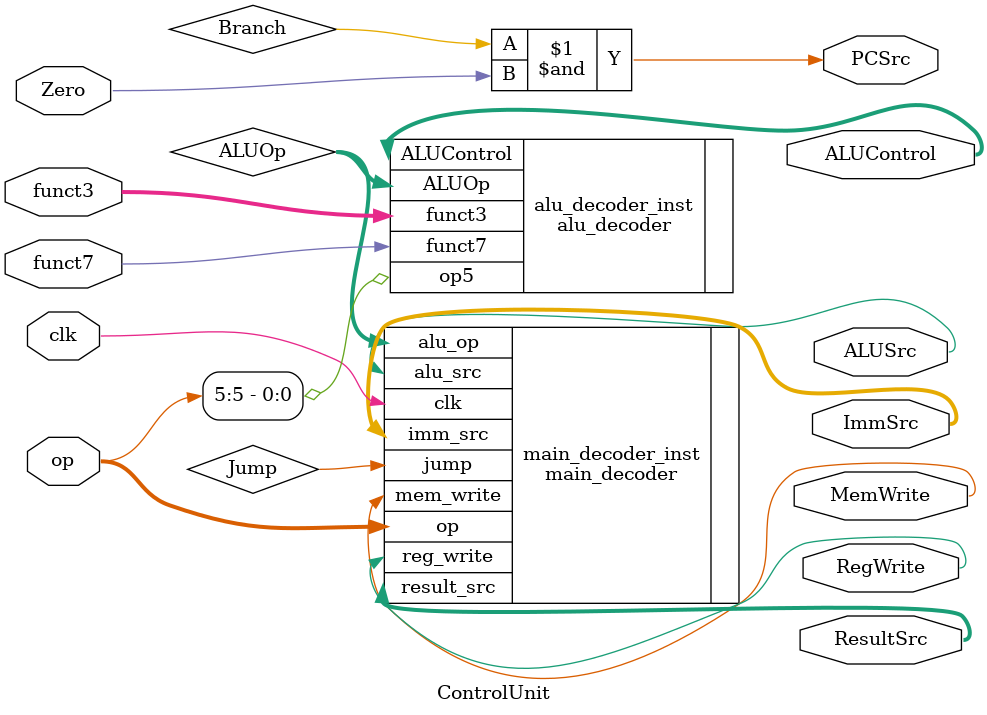
<source format=v>
module ControlUnit(
    input [6:0] op,
    input [2:0] funct3,
    input funct7,
    input clk,
    input Zero,         // Zero flag input
    output MemWrite,     // Habilitación de escritura en memoria
    output ALUSrc,       // Selección de entrada ALU
    output RegWrite,     // Habilitación de escritura en registro
    output [1:0] ResultSrc, // Selección de fuente de resultado
    output [1:0] ImmSrc,    // Selección de tipo de inmediato
    output [2:0] ALUControl, // Control de operación ALU
    output PCSrc         // PCSrc output
);

    // Señales internas
    wire [1:0] ALUOp;
    wire Branch;        // Branch signal

    assign PCSrc = Branch & Zero; 
    
    // Instancia del Main Decoder
    main_decoder main_decoder_inst(
        .op(op),
        .clk(clk),
        .jump(Jump),
        .mem_write(MemWrite),
        .alu_src(ALUSrc),
        .reg_write(RegWrite),
        .result_src(ResultSrc),
        .imm_src(ImmSrc),
        .alu_op(ALUOp)
    );
    
    // Instancia del ALU Decoder
    alu_decoder alu_decoder_inst(
        .ALUOp(ALUOp),
        .funct3(funct3),
        .op5(op[5]),       // bit 5 del opcode
        .funct7(funct7),    // bit 5 de funct7 (funct7[5])
        .ALUControl(ALUControl)
    );
    
endmodule

</source>
